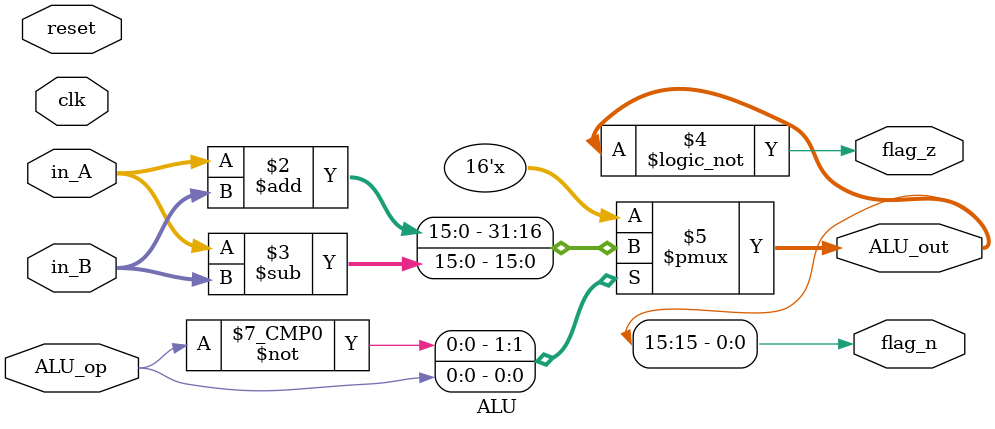
<source format=sv>
module ALU(clk,reset,in_A,in_B,flag_n,flag_z,ALU_op,ALU_out);
	input [15:0] in_A, in_B;
	input clk, reset;
	input ALU_op; // 0 for add, 1 for subtract
	output flag_n, flag_z;
	output reg [15:0] ALU_out;

	
	// ALU operation 
	always_comb begin
		case (ALU_op)
			0: ALU_out = in_A + in_B;
			1: ALU_out = in_A - in_B;
		endcase
	end

	// Flag assignment
	assign flag_z = (ALU_out == 0);
	assign flag_n = ALU_out[15];

	/*
	logic [15:0]c;

	full_adder fa_inst_0(
		.x(opA[0]),
		.y(opB[0] ^ ALU_sel),
		.cin(ALU_sel),
		.s(ALU_out[0]),
		.cout(c[1])
	);

	full_adder fa_inst_15(
		.x(opA[15]),
		.y(opB[15] ^ ALU_sel),
		.cin(c[15]),
		.s(ALU_out[0]),
		.cout()
	);

	genvar i;
	generate
		for(i = 1; i < 15; i++) begin
			full_adder fa_inst(
				.x(opA[i]),
				.y(opB[i] ^ ALU_sel),
				.cin(c[i]),
				.s(ALU_out[0]),
				.cout(c[i+1])
			);
		end
	endgenerate
	*/
endmodule // ALU
</source>
